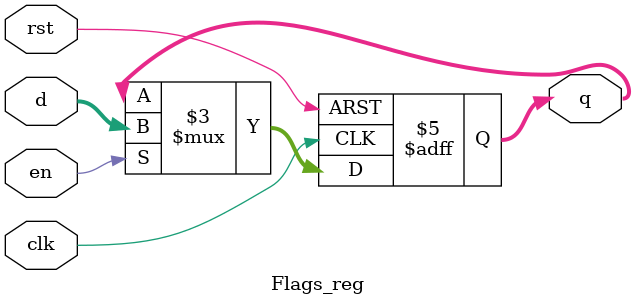
<source format=v>
`timescale 1ns / 1ps

module Flags_reg(clk, en, d, q, rst);
    
    input clk, en, rst;
    
    /* Z (zero), V (overflow), N (sign) */
    input [2:0] d;
    
    output reg [2:0] q;
    
    always @(posedge clk, posedge rst) begin  
        if(rst)
			  q <= 3'b000;
		  else if (en)
           q <= d;    
        else
           q <= q;
    end
    
endmodule

</source>
